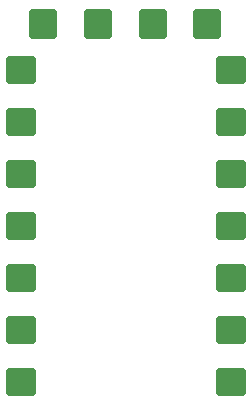
<source format=gbr>
%TF.GenerationSoftware,KiCad,Pcbnew,8.0.8*%
%TF.CreationDate,2025-01-26T19:35:19-06:00*%
%TF.ProjectId,ptSolar,7074536f-6c61-4722-9e6b-696361645f70,rev?*%
%TF.SameCoordinates,Original*%
%TF.FileFunction,Paste,Bot*%
%TF.FilePolarity,Positive*%
%FSLAX46Y46*%
G04 Gerber Fmt 4.6, Leading zero omitted, Abs format (unit mm)*
G04 Created by KiCad (PCBNEW 8.0.8) date 2025-01-26 19:35:19*
%MOMM*%
%LPD*%
G01*
G04 APERTURE LIST*
G04 Aperture macros list*
%AMRoundRect*
0 Rectangle with rounded corners*
0 $1 Rounding radius*
0 $2 $3 $4 $5 $6 $7 $8 $9 X,Y pos of 4 corners*
0 Add a 4 corners polygon primitive as box body*
4,1,4,$2,$3,$4,$5,$6,$7,$8,$9,$2,$3,0*
0 Add four circle primitives for the rounded corners*
1,1,$1+$1,$2,$3*
1,1,$1+$1,$4,$5*
1,1,$1+$1,$6,$7*
1,1,$1+$1,$8,$9*
0 Add four rect primitives between the rounded corners*
20,1,$1+$1,$2,$3,$4,$5,0*
20,1,$1+$1,$4,$5,$6,$7,0*
20,1,$1+$1,$6,$7,$8,$9,0*
20,1,$1+$1,$8,$9,$2,$3,0*%
G04 Aperture macros list end*
%ADD10RoundRect,0.115000X-1.135000X-1.035000X1.135000X-1.035000X1.135000X1.035000X-1.135000X1.035000X0*%
%ADD11RoundRect,0.115000X-1.035000X-1.135000X1.035000X-1.135000X1.035000X1.135000X-1.035000X1.135000X0*%
G04 APERTURE END LIST*
D10*
%TO.C,U2*%
X162065000Y-125860000D03*
X162065000Y-121460000D03*
X162065000Y-117060000D03*
X162065000Y-112660000D03*
X162065000Y-108260000D03*
X162065000Y-103860000D03*
X162065000Y-99460000D03*
D11*
X160065000Y-95560000D03*
X155431666Y-95560000D03*
X150798333Y-95560000D03*
X146165000Y-95560000D03*
D10*
X144265000Y-99460000D03*
X144265000Y-103860000D03*
X144265000Y-108260000D03*
X144265000Y-112660000D03*
X144265000Y-117060000D03*
X144265000Y-121460000D03*
X144265000Y-125860000D03*
%TD*%
M02*

</source>
